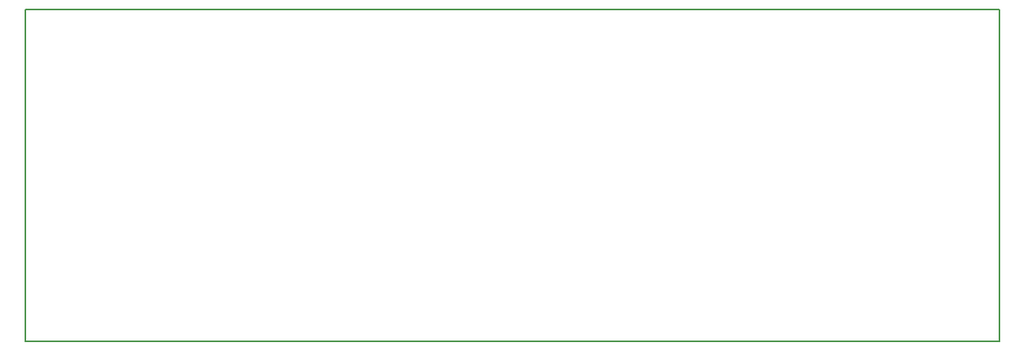
<source format=gko>
G04 #@! TF.FileFunction,Profile,NP*
%FSLAX46Y46*%
G04 Gerber Fmt 4.6, Leading zero omitted, Abs format (unit mm)*
G04 Created by KiCad (PCBNEW 4.0.1-3.201512221402+6198~38~ubuntu14.04.1-stable) date Mon 29 Aug 2016 05:19:24 PM PDT*
%MOMM*%
G01*
G04 APERTURE LIST*
%ADD10C,0.100000*%
%ADD11C,0.150000*%
G04 APERTURE END LIST*
D10*
D11*
X162052000Y-117182900D02*
X162052000Y-81622900D01*
X57912000Y-117182900D02*
X162052000Y-117182900D01*
X57912000Y-81622900D02*
X57912000Y-117182900D01*
X162052000Y-81622900D02*
X57912000Y-81622900D01*
M02*

</source>
